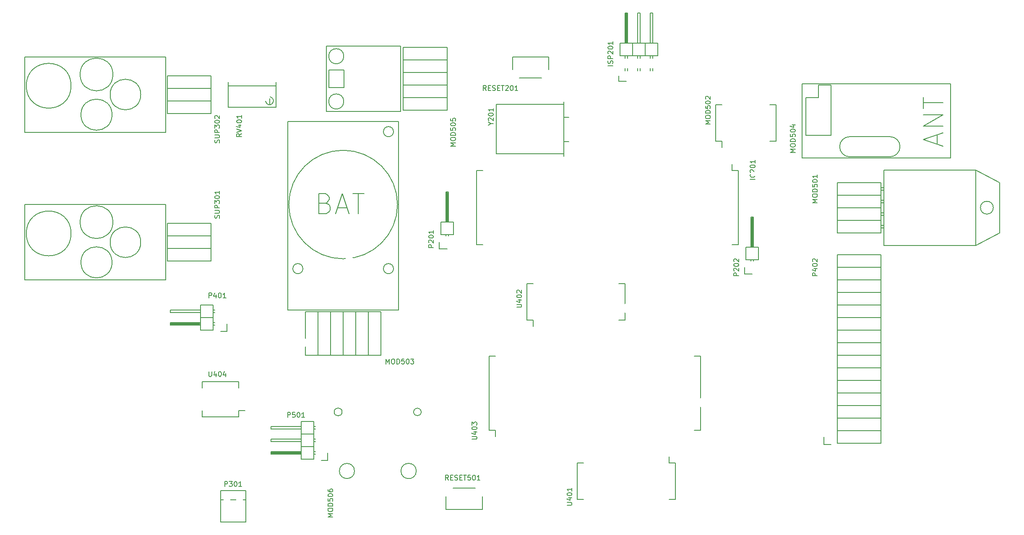
<source format=gto>
G04 #@! TF.FileFunction,Legend,Top*
%FSLAX46Y46*%
G04 Gerber Fmt 4.6, Leading zero omitted, Abs format (unit mm)*
G04 Created by KiCad (PCBNEW (2015-07-01 BZR 5850, Git 51c0ae3)-product) date 08.09.2015 00:21:10*
%MOMM*%
G01*
G04 APERTURE LIST*
%ADD10C,0.100000*%
%ADD11C,0.150000*%
%ADD12O,1.800000X2.500000*%
%ADD13R,2.232000X1.927200*%
%ADD14O,2.232000X1.927200*%
%ADD15R,1.927200X2.232000*%
%ADD16O,1.927200X2.232000*%
%ADD17R,1.927200X1.927200*%
%ADD18O,1.927200X1.927200*%
%ADD19C,2.232000*%
%ADD20R,2.232000X2.232000*%
%ADD21O,2.232000X2.232000*%
%ADD22C,2.300000*%
%ADD23C,1.950000*%
%ADD24C,1.724000*%
%ADD25O,2.500000X1.800000*%
%ADD26C,1.701140*%
%ADD27R,2.435200X2.435200*%
%ADD28O,1.706220X3.214980*%
%ADD29C,1.851000*%
%ADD30C,1.978000*%
G04 APERTURE END LIST*
D10*
D11*
X114944000Y-28329000D02*
X113674000Y-28329000D01*
X114944000Y-43299000D02*
X113674000Y-43299000D01*
X62094000Y-43299000D02*
X63364000Y-43299000D01*
X62094000Y-28329000D02*
X63364000Y-28329000D01*
X114944000Y-28329000D02*
X114944000Y-43299000D01*
X62094000Y-28329000D02*
X62094000Y-43299000D01*
X113674000Y-28329000D02*
X113674000Y-27044000D01*
X143764000Y-31750000D02*
X144272000Y-31750000D01*
X143764000Y-32258000D02*
X144272000Y-32258000D01*
X143764000Y-34290000D02*
X144272000Y-34290000D01*
X143764000Y-34798000D02*
X144272000Y-34798000D01*
X143764000Y-36830000D02*
X144272000Y-36830000D01*
X143764000Y-37338000D02*
X144272000Y-37338000D01*
X143764000Y-39370000D02*
X144272000Y-39370000D01*
X143764000Y-39878000D02*
X144272000Y-39878000D01*
X166395151Y-35814000D02*
G75*
G03X166395151Y-35814000I-1295151J0D01*
G01*
X162814000Y-28194000D02*
X167640000Y-30734000D01*
X167640000Y-30734000D02*
X167640000Y-40894000D01*
X167640000Y-40894000D02*
X162814000Y-43434000D01*
X144272000Y-28194000D02*
X144272000Y-43434000D01*
X144272000Y-43434000D02*
X162814000Y-43434000D01*
X162814000Y-43434000D02*
X162814000Y-28194000D01*
X162814000Y-28194000D02*
X144272000Y-28194000D01*
X143704000Y-40894000D02*
X134874000Y-40894000D01*
X143704000Y-38354000D02*
X143704000Y-40894000D01*
X134874000Y-38354000D02*
X134874000Y-40894000D01*
X134874000Y-35814000D02*
X134874000Y-38354000D01*
X143704000Y-35814000D02*
X143704000Y-38354000D01*
X143704000Y-38354000D02*
X134874000Y-38354000D01*
X143704000Y-35814000D02*
X134874000Y-35814000D01*
X143704000Y-33274000D02*
X143704000Y-35814000D01*
X134874000Y-33274000D02*
X143704000Y-33274000D01*
X134874000Y-33274000D02*
X134874000Y-35814000D01*
X134874000Y-30734000D02*
X134874000Y-33274000D01*
X134874000Y-30734000D02*
X143704000Y-30734000D01*
X143704000Y-30734000D02*
X143704000Y-33274000D01*
X143704000Y-33274000D02*
X134874000Y-33274000D01*
X110354000Y-22344000D02*
X111624000Y-22344000D01*
X110354000Y-14994000D02*
X111624000Y-14994000D01*
X122564000Y-14994000D02*
X121294000Y-14994000D01*
X122564000Y-22344000D02*
X121294000Y-22344000D01*
X110354000Y-22344000D02*
X110354000Y-14994000D01*
X122564000Y-22344000D02*
X122564000Y-14994000D01*
X111624000Y-22344000D02*
X111624000Y-23629000D01*
X46148154Y-35179000D02*
G75*
G03X46148154Y-35179000I-10969154J0D01*
G01*
X45339000Y-20447000D02*
G75*
G03X45339000Y-20447000I-1016000J0D01*
G01*
X27051000Y-48133000D02*
G75*
G03X27051000Y-48133000I-1016000J0D01*
G01*
X45339000Y-48133000D02*
G75*
G03X45339000Y-48133000I-1016000J0D01*
G01*
X24003000Y-56515000D02*
X46355000Y-56515000D01*
X46355000Y-56515000D02*
X46355000Y-18415000D01*
X46355000Y-18415000D02*
X24003000Y-18415000D01*
X24003000Y-18415000D02*
X24003000Y-56515000D01*
X42799000Y-56829000D02*
X42799000Y-65659000D01*
X40259000Y-56829000D02*
X42799000Y-56829000D01*
X40259000Y-65659000D02*
X42799000Y-65659000D01*
X37719000Y-65659000D02*
X40259000Y-65659000D01*
X37719000Y-56829000D02*
X40259000Y-56829000D01*
X40259000Y-56829000D02*
X40259000Y-65659000D01*
X37719000Y-56829000D02*
X37719000Y-65659000D01*
X35179000Y-56829000D02*
X37719000Y-56829000D01*
X35179000Y-65659000D02*
X37719000Y-65659000D01*
X32639000Y-65659000D02*
X35179000Y-65659000D01*
X32639000Y-56829000D02*
X35179000Y-56829000D01*
X35179000Y-56829000D02*
X35179000Y-65659000D01*
X32639000Y-56829000D02*
X32639000Y-65659000D01*
X30099000Y-56829000D02*
X32639000Y-56829000D01*
X30099000Y-65659000D02*
X30099000Y-56829000D01*
X30099000Y-65659000D02*
X32639000Y-65659000D01*
X27559000Y-65659000D02*
X30099000Y-65659000D01*
X27559000Y-65659000D02*
X27559000Y-56829000D01*
X27559000Y-56829000D02*
X30099000Y-56829000D01*
X30099000Y-56829000D02*
X30099000Y-65659000D01*
X137414000Y-21463000D02*
X145542000Y-21463000D01*
X137414000Y-25527000D02*
X145542000Y-25527000D01*
X147574000Y-23495000D02*
G75*
G03X145542000Y-21463000I-2032000J0D01*
G01*
X145542000Y-25527000D02*
G75*
G03X147574000Y-23495000I0J2032000D01*
G01*
X137414000Y-21463000D02*
G75*
G03X135382000Y-23495000I0J-2032000D01*
G01*
X135382000Y-23495000D02*
G75*
G03X137414000Y-25527000I2032000J0D01*
G01*
X157734000Y-11049000D02*
X157734000Y-10795000D01*
X127762000Y-11049000D02*
X127762000Y-10795000D01*
X127762000Y-10795000D02*
X157734000Y-10795000D01*
X157734000Y-11049000D02*
X157734000Y-25781000D01*
X127762000Y-11049000D02*
X127762000Y-25781000D01*
X127762000Y-25781000D02*
X157734000Y-25781000D01*
X128524000Y-13589000D02*
X128524000Y-21209000D01*
X128524000Y-21209000D02*
X133604000Y-21209000D01*
X133604000Y-21209000D02*
X133604000Y-11049000D01*
X133604000Y-11049000D02*
X131064000Y-11049000D01*
X131064000Y-11049000D02*
X131064000Y-13589000D01*
X131064000Y-13589000D02*
X128524000Y-13589000D01*
X35306000Y-8001000D02*
X35306000Y-11557000D01*
X35306000Y-11557000D02*
X32258000Y-11557000D01*
X32258000Y-11557000D02*
X32258000Y-8001000D01*
X32258000Y-8001000D02*
X35306000Y-8001000D01*
X35306000Y-14351000D02*
G75*
G03X35306000Y-14351000I-1524000J0D01*
G01*
X35306000Y-5207000D02*
G75*
G03X35306000Y-5207000I-1524000J0D01*
G01*
X46736000Y-3175000D02*
X46736000Y-16383000D01*
X46736000Y-16383000D02*
X31750000Y-16383000D01*
X31750000Y-16383000D02*
X31750000Y-3175000D01*
X31750000Y-3175000D02*
X46736000Y-3175000D01*
X56134000Y-13589000D02*
X56134000Y-16129000D01*
X47304000Y-13589000D02*
X47304000Y-16129000D01*
X47304000Y-16129000D02*
X56134000Y-16129000D01*
X47304000Y-13589000D02*
X56134000Y-13589000D01*
X47304000Y-11049000D02*
X47304000Y-13589000D01*
X56134000Y-11049000D02*
X56134000Y-13589000D01*
X56134000Y-8509000D02*
X56134000Y-11049000D01*
X47304000Y-8509000D02*
X47304000Y-11049000D01*
X47304000Y-11049000D02*
X56134000Y-11049000D01*
X47304000Y-8509000D02*
X56134000Y-8509000D01*
X47304000Y-5969000D02*
X47304000Y-8509000D01*
X56134000Y-5969000D02*
X47304000Y-5969000D01*
X56134000Y-5969000D02*
X56134000Y-8509000D01*
X56134000Y-3429000D02*
X56134000Y-5969000D01*
X56134000Y-3429000D02*
X47304000Y-3429000D01*
X47304000Y-3429000D02*
X47304000Y-5969000D01*
X47304000Y-5969000D02*
X56134000Y-5969000D01*
X50927000Y-77089000D02*
G75*
G03X50927000Y-77089000I-762000J0D01*
G01*
X34966219Y-77089000D02*
G75*
G03X34966219Y-77089000I-803219J0D01*
G01*
X49932022Y-89027000D02*
G75*
G03X49932022Y-89027000I-1545022J0D01*
G01*
X37465000Y-89027000D02*
G75*
G03X37465000Y-89027000I-1524000J0D01*
G01*
X11714000Y-60859000D02*
X11714000Y-59309000D01*
X10414000Y-60859000D02*
X11714000Y-60859000D01*
X6223000Y-59436000D02*
X381000Y-59436000D01*
X381000Y-59436000D02*
X381000Y-59182000D01*
X381000Y-59182000D02*
X6223000Y-59182000D01*
X6223000Y-59182000D02*
X6223000Y-59309000D01*
X6223000Y-59309000D02*
X381000Y-59309000D01*
X8890000Y-59563000D02*
X9271000Y-59563000D01*
X8890000Y-59055000D02*
X9271000Y-59055000D01*
X8890000Y-57023000D02*
X9271000Y-57023000D01*
X8890000Y-56515000D02*
X9271000Y-56515000D01*
X8890000Y-60579000D02*
X6350000Y-60579000D01*
X8890000Y-58039000D02*
X6350000Y-58039000D01*
X8890000Y-58039000D02*
X8890000Y-55499000D01*
X8890000Y-55499000D02*
X6350000Y-55499000D01*
X6350000Y-57023000D02*
X254000Y-57023000D01*
X254000Y-57023000D02*
X254000Y-56515000D01*
X254000Y-56515000D02*
X6350000Y-56515000D01*
X6350000Y-55499000D02*
X6350000Y-58039000D01*
X6350000Y-58039000D02*
X6350000Y-60579000D01*
X254000Y-59055000D02*
X6350000Y-59055000D01*
X254000Y-59563000D02*
X254000Y-59055000D01*
X6350000Y-59563000D02*
X254000Y-59563000D01*
X8890000Y-58039000D02*
X6350000Y-58039000D01*
X8890000Y-60579000D02*
X8890000Y-58039000D01*
X69342000Y-5334000D02*
X76639000Y-5334000D01*
X76639000Y-5334000D02*
X76639000Y-7904000D01*
X70739000Y-9634000D02*
X75239000Y-9634000D01*
X69342000Y-5334000D02*
X69342000Y-7904000D01*
X63246000Y-96774000D02*
X55949000Y-96774000D01*
X55949000Y-96774000D02*
X55949000Y-94204000D01*
X61849000Y-92474000D02*
X57349000Y-92474000D01*
X63246000Y-96774000D02*
X63246000Y-94204000D01*
X20320000Y-14986000D02*
X20320000Y-13716000D01*
X19532600Y-14236700D02*
X19570700Y-14490700D01*
X19570700Y-14490700D02*
X19748500Y-14770100D01*
X19748500Y-14770100D02*
X20066000Y-14986000D01*
X20066000Y-14986000D02*
X20510500Y-14998700D01*
X20510500Y-14998700D02*
X20866100Y-14795500D01*
X20866100Y-14795500D02*
X21043900Y-14503400D01*
X21043900Y-14503400D02*
X21094700Y-14185900D01*
X21094700Y-14185900D02*
X20993100Y-13779500D01*
X20993100Y-13779500D02*
X20650200Y-13525500D01*
X20650200Y-13525500D02*
X20472400Y-13436600D01*
X11938000Y-11176000D02*
X21590000Y-11176000D01*
X21590000Y-14224000D02*
X21590000Y-15494000D01*
X21590000Y-15494000D02*
X11938000Y-15494000D01*
X11938000Y-15494000D02*
X11938000Y-10414000D01*
X21590000Y-10414000D02*
X21590000Y-12954000D01*
X21590000Y-12954000D02*
X21590000Y-14224000D01*
X-5672957Y-42799000D02*
G75*
G03X-5672957Y-42799000I-3090043J0D01*
G01*
X-11463194Y-46863000D02*
G75*
G03X-11463194Y-46863000I-3141806J0D01*
G01*
X-11293245Y-38735000D02*
G75*
G03X-11293245Y-38735000I-3311755J0D01*
G01*
X-19734659Y-41021000D02*
G75*
G03X-19734659Y-41021000I-4522341J0D01*
G01*
X-635000Y-35179000D02*
X-635000Y-50419000D01*
X-635000Y-50419000D02*
X-29083000Y-50419000D01*
X-29083000Y-50419000D02*
X-29083000Y-35179000D01*
X-29083000Y-35179000D02*
X-635000Y-35179000D01*
X8509000Y-44069000D02*
X8509000Y-46609000D01*
X-321000Y-44069000D02*
X-321000Y-46609000D01*
X-321000Y-46609000D02*
X8509000Y-46609000D01*
X-321000Y-44069000D02*
X8509000Y-44069000D01*
X-321000Y-41529000D02*
X-321000Y-44069000D01*
X8509000Y-41529000D02*
X-321000Y-41529000D01*
X8509000Y-41529000D02*
X8509000Y-44069000D01*
X8509000Y-38989000D02*
X8509000Y-41529000D01*
X8509000Y-38989000D02*
X-321000Y-38989000D01*
X-321000Y-38989000D02*
X-321000Y-41529000D01*
X-321000Y-41529000D02*
X8509000Y-41529000D01*
X-5672957Y-12954000D02*
G75*
G03X-5672957Y-12954000I-3090043J0D01*
G01*
X-11463194Y-17018000D02*
G75*
G03X-11463194Y-17018000I-3141806J0D01*
G01*
X-11293245Y-8890000D02*
G75*
G03X-11293245Y-8890000I-3311755J0D01*
G01*
X-19734659Y-11176000D02*
G75*
G03X-19734659Y-11176000I-4522341J0D01*
G01*
X-635000Y-5334000D02*
X-635000Y-20574000D01*
X-635000Y-20574000D02*
X-29083000Y-20574000D01*
X-29083000Y-20574000D02*
X-29083000Y-5334000D01*
X-29083000Y-5334000D02*
X-635000Y-5334000D01*
X8509000Y-14224000D02*
X8509000Y-16764000D01*
X-321000Y-14224000D02*
X-321000Y-16764000D01*
X-321000Y-16764000D02*
X8509000Y-16764000D01*
X-321000Y-14224000D02*
X8509000Y-14224000D01*
X-321000Y-11684000D02*
X-321000Y-14224000D01*
X8509000Y-11684000D02*
X-321000Y-11684000D01*
X8509000Y-11684000D02*
X8509000Y-14224000D01*
X8509000Y-9144000D02*
X8509000Y-11684000D01*
X8509000Y-9144000D02*
X-321000Y-9144000D01*
X-321000Y-9144000D02*
X-321000Y-11684000D01*
X-321000Y-11684000D02*
X8509000Y-11684000D01*
X102244000Y-87384000D02*
X100974000Y-87384000D01*
X102244000Y-94734000D02*
X100974000Y-94734000D01*
X82414000Y-94734000D02*
X83684000Y-94734000D01*
X82414000Y-87384000D02*
X83684000Y-87384000D01*
X102244000Y-87384000D02*
X102244000Y-94734000D01*
X82414000Y-87384000D02*
X82414000Y-94734000D01*
X100974000Y-87384000D02*
X100974000Y-86099000D01*
X72254000Y-58539000D02*
X73524000Y-58539000D01*
X72254000Y-51189000D02*
X73524000Y-51189000D01*
X92084000Y-51189000D02*
X90814000Y-51189000D01*
X92084000Y-58539000D02*
X90814000Y-58539000D01*
X72254000Y-58539000D02*
X72254000Y-51189000D01*
X92084000Y-58539000D02*
X92084000Y-51189000D01*
X73524000Y-58539000D02*
X73524000Y-59824000D01*
X64634000Y-80764000D02*
X65904000Y-80764000D01*
X64634000Y-65794000D02*
X65904000Y-65794000D01*
X107324000Y-65794000D02*
X106054000Y-65794000D01*
X107324000Y-80764000D02*
X106054000Y-80764000D01*
X64634000Y-80764000D02*
X64634000Y-65794000D01*
X107324000Y-80764000D02*
X107324000Y-65794000D01*
X65904000Y-80764000D02*
X65904000Y-82049000D01*
X14089000Y-78114000D02*
X14089000Y-76844000D01*
X6739000Y-78114000D02*
X6739000Y-76844000D01*
X6739000Y-70984000D02*
X6739000Y-72254000D01*
X14089000Y-70984000D02*
X14089000Y-72254000D01*
X14089000Y-78114000D02*
X6739000Y-78114000D01*
X14089000Y-70984000D02*
X6739000Y-70984000D01*
X14089000Y-76844000D02*
X15374000Y-76844000D01*
X80769460Y-17538700D02*
X79669640Y-17538700D01*
X80769460Y-22438360D02*
X79669640Y-22438360D01*
X79669640Y-24940260D02*
X66067940Y-24940260D01*
X66067940Y-24940260D02*
X66067940Y-14937740D01*
X66067940Y-14937740D02*
X79669640Y-14937740D01*
X79669640Y-25438100D02*
X79669640Y-14439900D01*
X143704000Y-65659000D02*
X134874000Y-65659000D01*
X143704000Y-68199000D02*
X143704000Y-65659000D01*
X134874000Y-68199000D02*
X134874000Y-65659000D01*
X134874000Y-65659000D02*
X134874000Y-63119000D01*
X143704000Y-65659000D02*
X143704000Y-63119000D01*
X143704000Y-63119000D02*
X134874000Y-63119000D01*
X143704000Y-60579000D02*
X134874000Y-60579000D01*
X143704000Y-63119000D02*
X143704000Y-60579000D01*
X134874000Y-63119000D02*
X134874000Y-60579000D01*
X134874000Y-60579000D02*
X134874000Y-58039000D01*
X143704000Y-60579000D02*
X143704000Y-58039000D01*
X143704000Y-58039000D02*
X134874000Y-58039000D01*
X134874000Y-58039000D02*
X134874000Y-55499000D01*
X143704000Y-58039000D02*
X143704000Y-55499000D01*
X143704000Y-55499000D02*
X134874000Y-55499000D01*
X143704000Y-52959000D02*
X134874000Y-52959000D01*
X143704000Y-55499000D02*
X143704000Y-52959000D01*
X134874000Y-55499000D02*
X134874000Y-52959000D01*
X134874000Y-52959000D02*
X134874000Y-50419000D01*
X143704000Y-52959000D02*
X143704000Y-50419000D01*
X143704000Y-50419000D02*
X134874000Y-50419000D01*
X143704000Y-47879000D02*
X134874000Y-47879000D01*
X143704000Y-50419000D02*
X143704000Y-47879000D01*
X134874000Y-50419000D02*
X134874000Y-47879000D01*
X134874000Y-47879000D02*
X134874000Y-45339000D01*
X143704000Y-47879000D02*
X143704000Y-45339000D01*
X143704000Y-45339000D02*
X134874000Y-45339000D01*
X143704000Y-68199000D02*
X134874000Y-68199000D01*
X143704000Y-70739000D02*
X143704000Y-68199000D01*
X134874000Y-70739000D02*
X134874000Y-68199000D01*
X134874000Y-73279000D02*
X134874000Y-70739000D01*
X143704000Y-73279000D02*
X143704000Y-70739000D01*
X143704000Y-70739000D02*
X134874000Y-70739000D01*
X143704000Y-73279000D02*
X134874000Y-73279000D01*
X143704000Y-75819000D02*
X143704000Y-73279000D01*
X134874000Y-75819000D02*
X134874000Y-73279000D01*
X134874000Y-78359000D02*
X134874000Y-75819000D01*
X143704000Y-78359000D02*
X143704000Y-75819000D01*
X143704000Y-75819000D02*
X134874000Y-75819000D01*
X143704000Y-78359000D02*
X134874000Y-78359000D01*
X143704000Y-80899000D02*
X143704000Y-78359000D01*
X134874000Y-80899000D02*
X143704000Y-80899000D01*
X134874000Y-80899000D02*
X134874000Y-78359000D01*
X134874000Y-83439000D02*
X134874000Y-80899000D01*
X132204000Y-82169000D02*
X132204000Y-83719000D01*
X132204000Y-83719000D02*
X133604000Y-83719000D01*
X134874000Y-83439000D02*
X143704000Y-83439000D01*
X143704000Y-83439000D02*
X143704000Y-80899000D01*
X143704000Y-80899000D02*
X134874000Y-80899000D01*
X97663000Y-7620000D02*
X97663000Y-8128000D01*
X97155000Y-7620000D02*
X97155000Y-8128000D01*
X95123000Y-7620000D02*
X95123000Y-8128000D01*
X94615000Y-7620000D02*
X94615000Y-8128000D01*
X92583000Y-7620000D02*
X92583000Y-8128000D01*
X92075000Y-7620000D02*
X92075000Y-8128000D01*
X94615000Y-5080000D02*
X94615000Y-5588000D01*
X95123000Y-5080000D02*
X95123000Y-5588000D01*
X97155000Y-5080000D02*
X97155000Y-5588000D01*
X97663000Y-5080000D02*
X97663000Y-5588000D01*
X92075000Y-5080000D02*
X92075000Y-5588000D01*
X92583000Y-5080000D02*
X92583000Y-5588000D01*
X90779000Y-9144000D02*
X90779000Y-10294000D01*
X90779000Y-10294000D02*
X92329000Y-10294000D01*
X92202000Y-2540000D02*
X92202000Y3429000D01*
X92202000Y3429000D02*
X92456000Y3429000D01*
X92456000Y3429000D02*
X92456000Y-2413000D01*
X92456000Y-2413000D02*
X92329000Y-2413000D01*
X92329000Y-2413000D02*
X92329000Y3429000D01*
X93599000Y-5080000D02*
X96139000Y-5080000D01*
X96139000Y-5080000D02*
X96139000Y-2540000D01*
X94615000Y-2540000D02*
X94615000Y3556000D01*
X94615000Y3556000D02*
X95123000Y3556000D01*
X95123000Y3556000D02*
X95123000Y-2540000D01*
X96139000Y-2540000D02*
X93599000Y-2540000D01*
X98679000Y-5080000D02*
X98679000Y-2540000D01*
X98679000Y-2540000D02*
X96139000Y-2540000D01*
X97663000Y3556000D02*
X97663000Y-2540000D01*
X97155000Y3556000D02*
X97663000Y3556000D01*
X97155000Y-2540000D02*
X97155000Y3556000D01*
X98679000Y-5080000D02*
X98679000Y-2540000D01*
X96139000Y-5080000D02*
X98679000Y-5080000D01*
X96139000Y-5080000D02*
X96139000Y-2540000D01*
X93599000Y-5080000D02*
X93599000Y-2540000D01*
X93599000Y-2540000D02*
X91059000Y-2540000D01*
X92583000Y3556000D02*
X92583000Y-2540000D01*
X92075000Y3556000D02*
X92583000Y3556000D01*
X92075000Y-2540000D02*
X92075000Y3556000D01*
X93599000Y-5080000D02*
X93599000Y-2540000D01*
X91059000Y-5080000D02*
X93599000Y-5080000D01*
X91059000Y-5080000D02*
X91059000Y-2540000D01*
X32034000Y-86894000D02*
X32034000Y-85344000D01*
X30734000Y-86894000D02*
X32034000Y-86894000D01*
X26543000Y-85471000D02*
X20701000Y-85471000D01*
X20701000Y-85471000D02*
X20701000Y-85217000D01*
X20701000Y-85217000D02*
X26543000Y-85217000D01*
X26543000Y-85217000D02*
X26543000Y-85344000D01*
X26543000Y-85344000D02*
X20701000Y-85344000D01*
X29210000Y-85598000D02*
X29591000Y-85598000D01*
X29210000Y-85090000D02*
X29591000Y-85090000D01*
X29210000Y-83058000D02*
X29591000Y-83058000D01*
X29210000Y-82550000D02*
X29591000Y-82550000D01*
X29210000Y-80518000D02*
X29591000Y-80518000D01*
X29210000Y-80010000D02*
X29591000Y-80010000D01*
X26670000Y-84074000D02*
X26670000Y-86614000D01*
X20574000Y-85090000D02*
X26670000Y-85090000D01*
X20574000Y-85598000D02*
X20574000Y-85090000D01*
X26670000Y-85598000D02*
X20574000Y-85598000D01*
X29210000Y-84074000D02*
X26670000Y-84074000D01*
X29210000Y-86614000D02*
X29210000Y-84074000D01*
X29210000Y-86614000D02*
X26670000Y-86614000D01*
X29210000Y-81534000D02*
X26670000Y-81534000D01*
X29210000Y-81534000D02*
X29210000Y-78994000D01*
X26670000Y-80518000D02*
X20574000Y-80518000D01*
X20574000Y-80518000D02*
X20574000Y-80010000D01*
X20574000Y-80010000D02*
X26670000Y-80010000D01*
X26670000Y-78994000D02*
X26670000Y-81534000D01*
X26670000Y-81534000D02*
X26670000Y-84074000D01*
X20574000Y-82550000D02*
X26670000Y-82550000D01*
X20574000Y-83058000D02*
X20574000Y-82550000D01*
X26670000Y-83058000D02*
X20574000Y-83058000D01*
X29210000Y-81534000D02*
X26670000Y-81534000D01*
X29210000Y-84074000D02*
X29210000Y-81534000D01*
X29210000Y-84074000D02*
X26670000Y-84074000D01*
X29210000Y-78994000D02*
X26670000Y-78994000D01*
X116179000Y-49179000D02*
X117729000Y-49179000D01*
X116179000Y-47879000D02*
X116179000Y-49179000D01*
X117602000Y-43688000D02*
X117602000Y-37846000D01*
X117602000Y-37846000D02*
X117856000Y-37846000D01*
X117856000Y-37846000D02*
X117856000Y-43688000D01*
X117856000Y-43688000D02*
X117729000Y-43688000D01*
X117729000Y-43688000D02*
X117729000Y-37846000D01*
X117983000Y-46355000D02*
X117983000Y-46609000D01*
X117475000Y-46355000D02*
X117475000Y-46609000D01*
X116459000Y-46355000D02*
X116459000Y-43815000D01*
X116459000Y-46355000D02*
X118999000Y-46355000D01*
X118999000Y-46355000D02*
X118999000Y-43815000D01*
X117475000Y-43815000D02*
X117475000Y-37719000D01*
X117475000Y-37719000D02*
X117983000Y-37719000D01*
X117983000Y-37719000D02*
X117983000Y-43815000D01*
X118999000Y-43815000D02*
X116459000Y-43815000D01*
X54584000Y-44099000D02*
X56134000Y-44099000D01*
X54584000Y-42799000D02*
X54584000Y-44099000D01*
X56007000Y-38608000D02*
X56007000Y-32766000D01*
X56007000Y-32766000D02*
X56261000Y-32766000D01*
X56261000Y-32766000D02*
X56261000Y-38608000D01*
X56261000Y-38608000D02*
X56134000Y-38608000D01*
X56134000Y-38608000D02*
X56134000Y-32766000D01*
X56388000Y-41275000D02*
X56388000Y-41529000D01*
X55880000Y-41275000D02*
X55880000Y-41529000D01*
X54864000Y-41275000D02*
X54864000Y-38735000D01*
X54864000Y-41275000D02*
X57404000Y-41275000D01*
X57404000Y-41275000D02*
X57404000Y-38735000D01*
X55880000Y-38735000D02*
X55880000Y-32639000D01*
X55880000Y-32639000D02*
X56388000Y-32639000D01*
X56388000Y-32639000D02*
X56388000Y-38735000D01*
X57404000Y-38735000D02*
X54864000Y-38735000D01*
X15494000Y-94869000D02*
X10414000Y-94869000D01*
X15494000Y-99314000D02*
X10414000Y-99314000D01*
X10414000Y-92964000D02*
X15494000Y-92964000D01*
X10414000Y-92964000D02*
X10414000Y-99314000D01*
X15494000Y-92964000D02*
X15494000Y-99314000D01*
X118321381Y-30122571D02*
X117321381Y-30122571D01*
X118226143Y-29074952D02*
X118273762Y-29122571D01*
X118321381Y-29265428D01*
X118321381Y-29360666D01*
X118273762Y-29503524D01*
X118178524Y-29598762D01*
X118083286Y-29646381D01*
X117892810Y-29694000D01*
X117749952Y-29694000D01*
X117559476Y-29646381D01*
X117464238Y-29598762D01*
X117369000Y-29503524D01*
X117321381Y-29360666D01*
X117321381Y-29265428D01*
X117369000Y-29122571D01*
X117416619Y-29074952D01*
X117416619Y-28694000D02*
X117369000Y-28646381D01*
X117321381Y-28551143D01*
X117321381Y-28313047D01*
X117369000Y-28217809D01*
X117416619Y-28170190D01*
X117511857Y-28122571D01*
X117607095Y-28122571D01*
X117749952Y-28170190D01*
X118321381Y-28741619D01*
X118321381Y-28122571D01*
X117321381Y-27503524D02*
X117321381Y-27408285D01*
X117369000Y-27313047D01*
X117416619Y-27265428D01*
X117511857Y-27217809D01*
X117702333Y-27170190D01*
X117940429Y-27170190D01*
X118130905Y-27217809D01*
X118226143Y-27265428D01*
X118273762Y-27313047D01*
X118321381Y-27408285D01*
X118321381Y-27503524D01*
X118273762Y-27598762D01*
X118226143Y-27646381D01*
X118130905Y-27694000D01*
X117940429Y-27741619D01*
X117702333Y-27741619D01*
X117511857Y-27694000D01*
X117416619Y-27646381D01*
X117369000Y-27598762D01*
X117321381Y-27503524D01*
X118321381Y-26217809D02*
X118321381Y-26789238D01*
X118321381Y-26503524D02*
X117321381Y-26503524D01*
X117464238Y-26598762D01*
X117559476Y-26694000D01*
X117607095Y-26789238D01*
X130881381Y-34789714D02*
X129881381Y-34789714D01*
X130595667Y-34456380D01*
X129881381Y-34123047D01*
X130881381Y-34123047D01*
X129881381Y-33456381D02*
X129881381Y-33265904D01*
X129929000Y-33170666D01*
X130024238Y-33075428D01*
X130214714Y-33027809D01*
X130548048Y-33027809D01*
X130738524Y-33075428D01*
X130833762Y-33170666D01*
X130881381Y-33265904D01*
X130881381Y-33456381D01*
X130833762Y-33551619D01*
X130738524Y-33646857D01*
X130548048Y-33694476D01*
X130214714Y-33694476D01*
X130024238Y-33646857D01*
X129929000Y-33551619D01*
X129881381Y-33456381D01*
X130881381Y-32599238D02*
X129881381Y-32599238D01*
X129881381Y-32361143D01*
X129929000Y-32218285D01*
X130024238Y-32123047D01*
X130119476Y-32075428D01*
X130309952Y-32027809D01*
X130452810Y-32027809D01*
X130643286Y-32075428D01*
X130738524Y-32123047D01*
X130833762Y-32218285D01*
X130881381Y-32361143D01*
X130881381Y-32599238D01*
X129881381Y-31123047D02*
X129881381Y-31599238D01*
X130357571Y-31646857D01*
X130309952Y-31599238D01*
X130262333Y-31504000D01*
X130262333Y-31265904D01*
X130309952Y-31170666D01*
X130357571Y-31123047D01*
X130452810Y-31075428D01*
X130690905Y-31075428D01*
X130786143Y-31123047D01*
X130833762Y-31170666D01*
X130881381Y-31265904D01*
X130881381Y-31504000D01*
X130833762Y-31599238D01*
X130786143Y-31646857D01*
X129881381Y-30456381D02*
X129881381Y-30361142D01*
X129929000Y-30265904D01*
X129976619Y-30218285D01*
X130071857Y-30170666D01*
X130262333Y-30123047D01*
X130500429Y-30123047D01*
X130690905Y-30170666D01*
X130786143Y-30218285D01*
X130833762Y-30265904D01*
X130881381Y-30361142D01*
X130881381Y-30456381D01*
X130833762Y-30551619D01*
X130786143Y-30599238D01*
X130690905Y-30646857D01*
X130500429Y-30694476D01*
X130262333Y-30694476D01*
X130071857Y-30646857D01*
X129976619Y-30599238D01*
X129929000Y-30551619D01*
X129881381Y-30456381D01*
X130881381Y-29170666D02*
X130881381Y-29742095D01*
X130881381Y-29456381D02*
X129881381Y-29456381D01*
X130024238Y-29551619D01*
X130119476Y-29646857D01*
X130167095Y-29742095D01*
X109291381Y-18914714D02*
X108291381Y-18914714D01*
X109005667Y-18581380D01*
X108291381Y-18248047D01*
X109291381Y-18248047D01*
X108291381Y-17581381D02*
X108291381Y-17390904D01*
X108339000Y-17295666D01*
X108434238Y-17200428D01*
X108624714Y-17152809D01*
X108958048Y-17152809D01*
X109148524Y-17200428D01*
X109243762Y-17295666D01*
X109291381Y-17390904D01*
X109291381Y-17581381D01*
X109243762Y-17676619D01*
X109148524Y-17771857D01*
X108958048Y-17819476D01*
X108624714Y-17819476D01*
X108434238Y-17771857D01*
X108339000Y-17676619D01*
X108291381Y-17581381D01*
X109291381Y-16724238D02*
X108291381Y-16724238D01*
X108291381Y-16486143D01*
X108339000Y-16343285D01*
X108434238Y-16248047D01*
X108529476Y-16200428D01*
X108719952Y-16152809D01*
X108862810Y-16152809D01*
X109053286Y-16200428D01*
X109148524Y-16248047D01*
X109243762Y-16343285D01*
X109291381Y-16486143D01*
X109291381Y-16724238D01*
X108291381Y-15248047D02*
X108291381Y-15724238D01*
X108767571Y-15771857D01*
X108719952Y-15724238D01*
X108672333Y-15629000D01*
X108672333Y-15390904D01*
X108719952Y-15295666D01*
X108767571Y-15248047D01*
X108862810Y-15200428D01*
X109100905Y-15200428D01*
X109196143Y-15248047D01*
X109243762Y-15295666D01*
X109291381Y-15390904D01*
X109291381Y-15629000D01*
X109243762Y-15724238D01*
X109196143Y-15771857D01*
X108291381Y-14581381D02*
X108291381Y-14486142D01*
X108339000Y-14390904D01*
X108386619Y-14343285D01*
X108481857Y-14295666D01*
X108672333Y-14248047D01*
X108910429Y-14248047D01*
X109100905Y-14295666D01*
X109196143Y-14343285D01*
X109243762Y-14390904D01*
X109291381Y-14486142D01*
X109291381Y-14581381D01*
X109243762Y-14676619D01*
X109196143Y-14724238D01*
X109100905Y-14771857D01*
X108910429Y-14819476D01*
X108672333Y-14819476D01*
X108481857Y-14771857D01*
X108386619Y-14724238D01*
X108339000Y-14676619D01*
X108291381Y-14581381D01*
X108386619Y-13867095D02*
X108339000Y-13819476D01*
X108291381Y-13724238D01*
X108291381Y-13486142D01*
X108339000Y-13390904D01*
X108386619Y-13343285D01*
X108481857Y-13295666D01*
X108577095Y-13295666D01*
X108719952Y-13343285D01*
X109291381Y-13914714D01*
X109291381Y-13295666D01*
X43823286Y-67381381D02*
X43823286Y-66381381D01*
X44156620Y-67095667D01*
X44489953Y-66381381D01*
X44489953Y-67381381D01*
X45156619Y-66381381D02*
X45347096Y-66381381D01*
X45442334Y-66429000D01*
X45537572Y-66524238D01*
X45585191Y-66714714D01*
X45585191Y-67048048D01*
X45537572Y-67238524D01*
X45442334Y-67333762D01*
X45347096Y-67381381D01*
X45156619Y-67381381D01*
X45061381Y-67333762D01*
X44966143Y-67238524D01*
X44918524Y-67048048D01*
X44918524Y-66714714D01*
X44966143Y-66524238D01*
X45061381Y-66429000D01*
X45156619Y-66381381D01*
X46013762Y-67381381D02*
X46013762Y-66381381D01*
X46251857Y-66381381D01*
X46394715Y-66429000D01*
X46489953Y-66524238D01*
X46537572Y-66619476D01*
X46585191Y-66809952D01*
X46585191Y-66952810D01*
X46537572Y-67143286D01*
X46489953Y-67238524D01*
X46394715Y-67333762D01*
X46251857Y-67381381D01*
X46013762Y-67381381D01*
X47489953Y-66381381D02*
X47013762Y-66381381D01*
X46966143Y-66857571D01*
X47013762Y-66809952D01*
X47109000Y-66762333D01*
X47347096Y-66762333D01*
X47442334Y-66809952D01*
X47489953Y-66857571D01*
X47537572Y-66952810D01*
X47537572Y-67190905D01*
X47489953Y-67286143D01*
X47442334Y-67333762D01*
X47347096Y-67381381D01*
X47109000Y-67381381D01*
X47013762Y-67333762D01*
X46966143Y-67286143D01*
X48156619Y-66381381D02*
X48251858Y-66381381D01*
X48347096Y-66429000D01*
X48394715Y-66476619D01*
X48442334Y-66571857D01*
X48489953Y-66762333D01*
X48489953Y-67000429D01*
X48442334Y-67190905D01*
X48394715Y-67286143D01*
X48347096Y-67333762D01*
X48251858Y-67381381D01*
X48156619Y-67381381D01*
X48061381Y-67333762D01*
X48013762Y-67286143D01*
X47966143Y-67190905D01*
X47918524Y-67000429D01*
X47918524Y-66762333D01*
X47966143Y-66571857D01*
X48013762Y-66476619D01*
X48061381Y-66429000D01*
X48156619Y-66381381D01*
X48823286Y-66381381D02*
X49442334Y-66381381D01*
X49109000Y-66762333D01*
X49251858Y-66762333D01*
X49347096Y-66809952D01*
X49394715Y-66857571D01*
X49442334Y-66952810D01*
X49442334Y-67190905D01*
X49394715Y-67286143D01*
X49347096Y-67333762D01*
X49251858Y-67381381D01*
X48966143Y-67381381D01*
X48870905Y-67333762D01*
X48823286Y-67286143D01*
X31591619Y-34893286D02*
X32163048Y-35083762D01*
X32353524Y-35274238D01*
X32544000Y-35655190D01*
X32544000Y-36226619D01*
X32353524Y-36607571D01*
X32163048Y-36798048D01*
X31782095Y-36988524D01*
X30258286Y-36988524D01*
X30258286Y-32988524D01*
X31591619Y-32988524D01*
X31972572Y-33179000D01*
X32163048Y-33369476D01*
X32353524Y-33750429D01*
X32353524Y-34131381D01*
X32163048Y-34512333D01*
X31972572Y-34702810D01*
X31591619Y-34893286D01*
X30258286Y-34893286D01*
X34067810Y-35845667D02*
X35972572Y-35845667D01*
X33686857Y-36988524D02*
X35020191Y-32988524D01*
X36353524Y-36988524D01*
X37115428Y-32988524D02*
X39401143Y-32988524D01*
X38258286Y-36988524D02*
X38258286Y-32988524D01*
X126436381Y-24629714D02*
X125436381Y-24629714D01*
X126150667Y-24296380D01*
X125436381Y-23963047D01*
X126436381Y-23963047D01*
X125436381Y-23296381D02*
X125436381Y-23105904D01*
X125484000Y-23010666D01*
X125579238Y-22915428D01*
X125769714Y-22867809D01*
X126103048Y-22867809D01*
X126293524Y-22915428D01*
X126388762Y-23010666D01*
X126436381Y-23105904D01*
X126436381Y-23296381D01*
X126388762Y-23391619D01*
X126293524Y-23486857D01*
X126103048Y-23534476D01*
X125769714Y-23534476D01*
X125579238Y-23486857D01*
X125484000Y-23391619D01*
X125436381Y-23296381D01*
X126436381Y-22439238D02*
X125436381Y-22439238D01*
X125436381Y-22201143D01*
X125484000Y-22058285D01*
X125579238Y-21963047D01*
X125674476Y-21915428D01*
X125864952Y-21867809D01*
X126007810Y-21867809D01*
X126198286Y-21915428D01*
X126293524Y-21963047D01*
X126388762Y-22058285D01*
X126436381Y-22201143D01*
X126436381Y-22439238D01*
X125436381Y-20963047D02*
X125436381Y-21439238D01*
X125912571Y-21486857D01*
X125864952Y-21439238D01*
X125817333Y-21344000D01*
X125817333Y-21105904D01*
X125864952Y-21010666D01*
X125912571Y-20963047D01*
X126007810Y-20915428D01*
X126245905Y-20915428D01*
X126341143Y-20963047D01*
X126388762Y-21010666D01*
X126436381Y-21105904D01*
X126436381Y-21344000D01*
X126388762Y-21439238D01*
X126341143Y-21486857D01*
X125436381Y-20296381D02*
X125436381Y-20201142D01*
X125484000Y-20105904D01*
X125531619Y-20058285D01*
X125626857Y-20010666D01*
X125817333Y-19963047D01*
X126055429Y-19963047D01*
X126245905Y-20010666D01*
X126341143Y-20058285D01*
X126388762Y-20105904D01*
X126436381Y-20201142D01*
X126436381Y-20296381D01*
X126388762Y-20391619D01*
X126341143Y-20439238D01*
X126245905Y-20486857D01*
X126055429Y-20534476D01*
X125817333Y-20534476D01*
X125626857Y-20486857D01*
X125531619Y-20439238D01*
X125484000Y-20391619D01*
X125436381Y-20296381D01*
X125769714Y-19105904D02*
X126436381Y-19105904D01*
X125388762Y-19344000D02*
X126103048Y-19582095D01*
X126103048Y-18963047D01*
X155098667Y-22986428D02*
X155098667Y-21081666D01*
X156241524Y-23367381D02*
X152241524Y-22034047D01*
X156241524Y-20700714D01*
X156241524Y-19367381D02*
X152241524Y-19367381D01*
X156241524Y-17081667D01*
X152241524Y-17081667D01*
X152241524Y-15748334D02*
X152241524Y-13462619D01*
X156241524Y-14605476D02*
X152241524Y-14605476D01*
X57856381Y-23359714D02*
X56856381Y-23359714D01*
X57570667Y-23026380D01*
X56856381Y-22693047D01*
X57856381Y-22693047D01*
X56856381Y-22026381D02*
X56856381Y-21835904D01*
X56904000Y-21740666D01*
X56999238Y-21645428D01*
X57189714Y-21597809D01*
X57523048Y-21597809D01*
X57713524Y-21645428D01*
X57808762Y-21740666D01*
X57856381Y-21835904D01*
X57856381Y-22026381D01*
X57808762Y-22121619D01*
X57713524Y-22216857D01*
X57523048Y-22264476D01*
X57189714Y-22264476D01*
X56999238Y-22216857D01*
X56904000Y-22121619D01*
X56856381Y-22026381D01*
X57856381Y-21169238D02*
X56856381Y-21169238D01*
X56856381Y-20931143D01*
X56904000Y-20788285D01*
X56999238Y-20693047D01*
X57094476Y-20645428D01*
X57284952Y-20597809D01*
X57427810Y-20597809D01*
X57618286Y-20645428D01*
X57713524Y-20693047D01*
X57808762Y-20788285D01*
X57856381Y-20931143D01*
X57856381Y-21169238D01*
X56856381Y-19693047D02*
X56856381Y-20169238D01*
X57332571Y-20216857D01*
X57284952Y-20169238D01*
X57237333Y-20074000D01*
X57237333Y-19835904D01*
X57284952Y-19740666D01*
X57332571Y-19693047D01*
X57427810Y-19645428D01*
X57665905Y-19645428D01*
X57761143Y-19693047D01*
X57808762Y-19740666D01*
X57856381Y-19835904D01*
X57856381Y-20074000D01*
X57808762Y-20169238D01*
X57761143Y-20216857D01*
X56856381Y-19026381D02*
X56856381Y-18931142D01*
X56904000Y-18835904D01*
X56951619Y-18788285D01*
X57046857Y-18740666D01*
X57237333Y-18693047D01*
X57475429Y-18693047D01*
X57665905Y-18740666D01*
X57761143Y-18788285D01*
X57808762Y-18835904D01*
X57856381Y-18931142D01*
X57856381Y-19026381D01*
X57808762Y-19121619D01*
X57761143Y-19169238D01*
X57665905Y-19216857D01*
X57475429Y-19264476D01*
X57237333Y-19264476D01*
X57046857Y-19216857D01*
X56951619Y-19169238D01*
X56904000Y-19121619D01*
X56856381Y-19026381D01*
X56856381Y-17788285D02*
X56856381Y-18264476D01*
X57332571Y-18312095D01*
X57284952Y-18264476D01*
X57237333Y-18169238D01*
X57237333Y-17931142D01*
X57284952Y-17835904D01*
X57332571Y-17788285D01*
X57427810Y-17740666D01*
X57665905Y-17740666D01*
X57761143Y-17788285D01*
X57808762Y-17835904D01*
X57856381Y-17931142D01*
X57856381Y-18169238D01*
X57808762Y-18264476D01*
X57761143Y-18312095D01*
X33091381Y-98289714D02*
X32091381Y-98289714D01*
X32805667Y-97956380D01*
X32091381Y-97623047D01*
X33091381Y-97623047D01*
X32091381Y-96956381D02*
X32091381Y-96765904D01*
X32139000Y-96670666D01*
X32234238Y-96575428D01*
X32424714Y-96527809D01*
X32758048Y-96527809D01*
X32948524Y-96575428D01*
X33043762Y-96670666D01*
X33091381Y-96765904D01*
X33091381Y-96956381D01*
X33043762Y-97051619D01*
X32948524Y-97146857D01*
X32758048Y-97194476D01*
X32424714Y-97194476D01*
X32234238Y-97146857D01*
X32139000Y-97051619D01*
X32091381Y-96956381D01*
X33091381Y-96099238D02*
X32091381Y-96099238D01*
X32091381Y-95861143D01*
X32139000Y-95718285D01*
X32234238Y-95623047D01*
X32329476Y-95575428D01*
X32519952Y-95527809D01*
X32662810Y-95527809D01*
X32853286Y-95575428D01*
X32948524Y-95623047D01*
X33043762Y-95718285D01*
X33091381Y-95861143D01*
X33091381Y-96099238D01*
X32091381Y-94623047D02*
X32091381Y-95099238D01*
X32567571Y-95146857D01*
X32519952Y-95099238D01*
X32472333Y-95004000D01*
X32472333Y-94765904D01*
X32519952Y-94670666D01*
X32567571Y-94623047D01*
X32662810Y-94575428D01*
X32900905Y-94575428D01*
X32996143Y-94623047D01*
X33043762Y-94670666D01*
X33091381Y-94765904D01*
X33091381Y-95004000D01*
X33043762Y-95099238D01*
X32996143Y-95146857D01*
X32091381Y-93956381D02*
X32091381Y-93861142D01*
X32139000Y-93765904D01*
X32186619Y-93718285D01*
X32281857Y-93670666D01*
X32472333Y-93623047D01*
X32710429Y-93623047D01*
X32900905Y-93670666D01*
X32996143Y-93718285D01*
X33043762Y-93765904D01*
X33091381Y-93861142D01*
X33091381Y-93956381D01*
X33043762Y-94051619D01*
X32996143Y-94099238D01*
X32900905Y-94146857D01*
X32710429Y-94194476D01*
X32472333Y-94194476D01*
X32281857Y-94146857D01*
X32186619Y-94099238D01*
X32139000Y-94051619D01*
X32091381Y-93956381D01*
X32091381Y-92765904D02*
X32091381Y-92956381D01*
X32139000Y-93051619D01*
X32186619Y-93099238D01*
X32329476Y-93194476D01*
X32519952Y-93242095D01*
X32900905Y-93242095D01*
X32996143Y-93194476D01*
X33043762Y-93146857D01*
X33091381Y-93051619D01*
X33091381Y-92861142D01*
X33043762Y-92765904D01*
X32996143Y-92718285D01*
X32900905Y-92670666D01*
X32662810Y-92670666D01*
X32567571Y-92718285D01*
X32519952Y-92765904D01*
X32472333Y-92861142D01*
X32472333Y-93051619D01*
X32519952Y-93146857D01*
X32567571Y-93194476D01*
X32662810Y-93242095D01*
X8088524Y-54046381D02*
X8088524Y-53046381D01*
X8469477Y-53046381D01*
X8564715Y-53094000D01*
X8612334Y-53141619D01*
X8659953Y-53236857D01*
X8659953Y-53379714D01*
X8612334Y-53474952D01*
X8564715Y-53522571D01*
X8469477Y-53570190D01*
X8088524Y-53570190D01*
X9517096Y-53379714D02*
X9517096Y-54046381D01*
X9279000Y-52998762D02*
X9040905Y-53713048D01*
X9659953Y-53713048D01*
X10231381Y-53046381D02*
X10326620Y-53046381D01*
X10421858Y-53094000D01*
X10469477Y-53141619D01*
X10517096Y-53236857D01*
X10564715Y-53427333D01*
X10564715Y-53665429D01*
X10517096Y-53855905D01*
X10469477Y-53951143D01*
X10421858Y-53998762D01*
X10326620Y-54046381D01*
X10231381Y-54046381D01*
X10136143Y-53998762D01*
X10088524Y-53951143D01*
X10040905Y-53855905D01*
X9993286Y-53665429D01*
X9993286Y-53427333D01*
X10040905Y-53236857D01*
X10088524Y-53141619D01*
X10136143Y-53094000D01*
X10231381Y-53046381D01*
X11517096Y-54046381D02*
X10945667Y-54046381D01*
X11231381Y-54046381D02*
X11231381Y-53046381D01*
X11136143Y-53189238D01*
X11040905Y-53284476D01*
X10945667Y-53332095D01*
X64048048Y-12136381D02*
X63714714Y-11660190D01*
X63476619Y-12136381D02*
X63476619Y-11136381D01*
X63857572Y-11136381D01*
X63952810Y-11184000D01*
X64000429Y-11231619D01*
X64048048Y-11326857D01*
X64048048Y-11469714D01*
X64000429Y-11564952D01*
X63952810Y-11612571D01*
X63857572Y-11660190D01*
X63476619Y-11660190D01*
X64476619Y-11612571D02*
X64809953Y-11612571D01*
X64952810Y-12136381D02*
X64476619Y-12136381D01*
X64476619Y-11136381D01*
X64952810Y-11136381D01*
X65333762Y-12088762D02*
X65476619Y-12136381D01*
X65714715Y-12136381D01*
X65809953Y-12088762D01*
X65857572Y-12041143D01*
X65905191Y-11945905D01*
X65905191Y-11850667D01*
X65857572Y-11755429D01*
X65809953Y-11707810D01*
X65714715Y-11660190D01*
X65524238Y-11612571D01*
X65429000Y-11564952D01*
X65381381Y-11517333D01*
X65333762Y-11422095D01*
X65333762Y-11326857D01*
X65381381Y-11231619D01*
X65429000Y-11184000D01*
X65524238Y-11136381D01*
X65762334Y-11136381D01*
X65905191Y-11184000D01*
X66333762Y-11612571D02*
X66667096Y-11612571D01*
X66809953Y-12136381D02*
X66333762Y-12136381D01*
X66333762Y-11136381D01*
X66809953Y-11136381D01*
X67095667Y-11136381D02*
X67667096Y-11136381D01*
X67381381Y-12136381D02*
X67381381Y-11136381D01*
X67952810Y-11231619D02*
X68000429Y-11184000D01*
X68095667Y-11136381D01*
X68333763Y-11136381D01*
X68429001Y-11184000D01*
X68476620Y-11231619D01*
X68524239Y-11326857D01*
X68524239Y-11422095D01*
X68476620Y-11564952D01*
X67905191Y-12136381D01*
X68524239Y-12136381D01*
X69143286Y-11136381D02*
X69238525Y-11136381D01*
X69333763Y-11184000D01*
X69381382Y-11231619D01*
X69429001Y-11326857D01*
X69476620Y-11517333D01*
X69476620Y-11755429D01*
X69429001Y-11945905D01*
X69381382Y-12041143D01*
X69333763Y-12088762D01*
X69238525Y-12136381D01*
X69143286Y-12136381D01*
X69048048Y-12088762D01*
X69000429Y-12041143D01*
X68952810Y-11945905D01*
X68905191Y-11755429D01*
X68905191Y-11517333D01*
X68952810Y-11326857D01*
X69000429Y-11231619D01*
X69048048Y-11184000D01*
X69143286Y-11136381D01*
X70429001Y-12136381D02*
X69857572Y-12136381D01*
X70143286Y-12136381D02*
X70143286Y-11136381D01*
X70048048Y-11279238D01*
X69952810Y-11374476D01*
X69857572Y-11422095D01*
X56428048Y-90876381D02*
X56094714Y-90400190D01*
X55856619Y-90876381D02*
X55856619Y-89876381D01*
X56237572Y-89876381D01*
X56332810Y-89924000D01*
X56380429Y-89971619D01*
X56428048Y-90066857D01*
X56428048Y-90209714D01*
X56380429Y-90304952D01*
X56332810Y-90352571D01*
X56237572Y-90400190D01*
X55856619Y-90400190D01*
X56856619Y-90352571D02*
X57189953Y-90352571D01*
X57332810Y-90876381D02*
X56856619Y-90876381D01*
X56856619Y-89876381D01*
X57332810Y-89876381D01*
X57713762Y-90828762D02*
X57856619Y-90876381D01*
X58094715Y-90876381D01*
X58189953Y-90828762D01*
X58237572Y-90781143D01*
X58285191Y-90685905D01*
X58285191Y-90590667D01*
X58237572Y-90495429D01*
X58189953Y-90447810D01*
X58094715Y-90400190D01*
X57904238Y-90352571D01*
X57809000Y-90304952D01*
X57761381Y-90257333D01*
X57713762Y-90162095D01*
X57713762Y-90066857D01*
X57761381Y-89971619D01*
X57809000Y-89924000D01*
X57904238Y-89876381D01*
X58142334Y-89876381D01*
X58285191Y-89924000D01*
X58713762Y-90352571D02*
X59047096Y-90352571D01*
X59189953Y-90876381D02*
X58713762Y-90876381D01*
X58713762Y-89876381D01*
X59189953Y-89876381D01*
X59475667Y-89876381D02*
X60047096Y-89876381D01*
X59761381Y-90876381D02*
X59761381Y-89876381D01*
X60856620Y-89876381D02*
X60380429Y-89876381D01*
X60332810Y-90352571D01*
X60380429Y-90304952D01*
X60475667Y-90257333D01*
X60713763Y-90257333D01*
X60809001Y-90304952D01*
X60856620Y-90352571D01*
X60904239Y-90447810D01*
X60904239Y-90685905D01*
X60856620Y-90781143D01*
X60809001Y-90828762D01*
X60713763Y-90876381D01*
X60475667Y-90876381D01*
X60380429Y-90828762D01*
X60332810Y-90781143D01*
X61523286Y-89876381D02*
X61618525Y-89876381D01*
X61713763Y-89924000D01*
X61761382Y-89971619D01*
X61809001Y-90066857D01*
X61856620Y-90257333D01*
X61856620Y-90495429D01*
X61809001Y-90685905D01*
X61761382Y-90781143D01*
X61713763Y-90828762D01*
X61618525Y-90876381D01*
X61523286Y-90876381D01*
X61428048Y-90828762D01*
X61380429Y-90781143D01*
X61332810Y-90685905D01*
X61285191Y-90495429D01*
X61285191Y-90257333D01*
X61332810Y-90066857D01*
X61380429Y-89971619D01*
X61428048Y-89924000D01*
X61523286Y-89876381D01*
X62809001Y-90876381D02*
X62237572Y-90876381D01*
X62523286Y-90876381D02*
X62523286Y-89876381D01*
X62428048Y-90019238D01*
X62332810Y-90114476D01*
X62237572Y-90162095D01*
X14676381Y-20851619D02*
X14200190Y-21184953D01*
X14676381Y-21423048D02*
X13676381Y-21423048D01*
X13676381Y-21042095D01*
X13724000Y-20946857D01*
X13771619Y-20899238D01*
X13866857Y-20851619D01*
X14009714Y-20851619D01*
X14104952Y-20899238D01*
X14152571Y-20946857D01*
X14200190Y-21042095D01*
X14200190Y-21423048D01*
X13676381Y-20565905D02*
X14676381Y-20232572D01*
X13676381Y-19899238D01*
X14009714Y-19137333D02*
X14676381Y-19137333D01*
X13628762Y-19375429D02*
X14343048Y-19613524D01*
X14343048Y-18994476D01*
X13676381Y-18423048D02*
X13676381Y-18327809D01*
X13724000Y-18232571D01*
X13771619Y-18184952D01*
X13866857Y-18137333D01*
X14057333Y-18089714D01*
X14295429Y-18089714D01*
X14485905Y-18137333D01*
X14581143Y-18184952D01*
X14628762Y-18232571D01*
X14676381Y-18327809D01*
X14676381Y-18423048D01*
X14628762Y-18518286D01*
X14581143Y-18565905D01*
X14485905Y-18613524D01*
X14295429Y-18661143D01*
X14057333Y-18661143D01*
X13866857Y-18613524D01*
X13771619Y-18565905D01*
X13724000Y-18518286D01*
X13676381Y-18423048D01*
X14676381Y-17137333D02*
X14676381Y-17708762D01*
X14676381Y-17423048D02*
X13676381Y-17423048D01*
X13819238Y-17518286D01*
X13914476Y-17613524D01*
X13962095Y-17708762D01*
X10183762Y-37917095D02*
X10231381Y-37774238D01*
X10231381Y-37536142D01*
X10183762Y-37440904D01*
X10136143Y-37393285D01*
X10040905Y-37345666D01*
X9945667Y-37345666D01*
X9850429Y-37393285D01*
X9802810Y-37440904D01*
X9755190Y-37536142D01*
X9707571Y-37726619D01*
X9659952Y-37821857D01*
X9612333Y-37869476D01*
X9517095Y-37917095D01*
X9421857Y-37917095D01*
X9326619Y-37869476D01*
X9279000Y-37821857D01*
X9231381Y-37726619D01*
X9231381Y-37488523D01*
X9279000Y-37345666D01*
X9231381Y-36917095D02*
X10040905Y-36917095D01*
X10136143Y-36869476D01*
X10183762Y-36821857D01*
X10231381Y-36726619D01*
X10231381Y-36536142D01*
X10183762Y-36440904D01*
X10136143Y-36393285D01*
X10040905Y-36345666D01*
X9231381Y-36345666D01*
X10231381Y-35869476D02*
X9231381Y-35869476D01*
X9231381Y-35488523D01*
X9279000Y-35393285D01*
X9326619Y-35345666D01*
X9421857Y-35298047D01*
X9564714Y-35298047D01*
X9659952Y-35345666D01*
X9707571Y-35393285D01*
X9755190Y-35488523D01*
X9755190Y-35869476D01*
X9231381Y-34964714D02*
X9231381Y-34345666D01*
X9612333Y-34679000D01*
X9612333Y-34536142D01*
X9659952Y-34440904D01*
X9707571Y-34393285D01*
X9802810Y-34345666D01*
X10040905Y-34345666D01*
X10136143Y-34393285D01*
X10183762Y-34440904D01*
X10231381Y-34536142D01*
X10231381Y-34821857D01*
X10183762Y-34917095D01*
X10136143Y-34964714D01*
X9231381Y-33726619D02*
X9231381Y-33631380D01*
X9279000Y-33536142D01*
X9326619Y-33488523D01*
X9421857Y-33440904D01*
X9612333Y-33393285D01*
X9850429Y-33393285D01*
X10040905Y-33440904D01*
X10136143Y-33488523D01*
X10183762Y-33536142D01*
X10231381Y-33631380D01*
X10231381Y-33726619D01*
X10183762Y-33821857D01*
X10136143Y-33869476D01*
X10040905Y-33917095D01*
X9850429Y-33964714D01*
X9612333Y-33964714D01*
X9421857Y-33917095D01*
X9326619Y-33869476D01*
X9279000Y-33821857D01*
X9231381Y-33726619D01*
X10231381Y-32440904D02*
X10231381Y-33012333D01*
X10231381Y-32726619D02*
X9231381Y-32726619D01*
X9374238Y-32821857D01*
X9469476Y-32917095D01*
X9517095Y-33012333D01*
X10183762Y-22677095D02*
X10231381Y-22534238D01*
X10231381Y-22296142D01*
X10183762Y-22200904D01*
X10136143Y-22153285D01*
X10040905Y-22105666D01*
X9945667Y-22105666D01*
X9850429Y-22153285D01*
X9802810Y-22200904D01*
X9755190Y-22296142D01*
X9707571Y-22486619D01*
X9659952Y-22581857D01*
X9612333Y-22629476D01*
X9517095Y-22677095D01*
X9421857Y-22677095D01*
X9326619Y-22629476D01*
X9279000Y-22581857D01*
X9231381Y-22486619D01*
X9231381Y-22248523D01*
X9279000Y-22105666D01*
X9231381Y-21677095D02*
X10040905Y-21677095D01*
X10136143Y-21629476D01*
X10183762Y-21581857D01*
X10231381Y-21486619D01*
X10231381Y-21296142D01*
X10183762Y-21200904D01*
X10136143Y-21153285D01*
X10040905Y-21105666D01*
X9231381Y-21105666D01*
X10231381Y-20629476D02*
X9231381Y-20629476D01*
X9231381Y-20248523D01*
X9279000Y-20153285D01*
X9326619Y-20105666D01*
X9421857Y-20058047D01*
X9564714Y-20058047D01*
X9659952Y-20105666D01*
X9707571Y-20153285D01*
X9755190Y-20248523D01*
X9755190Y-20629476D01*
X9231381Y-19724714D02*
X9231381Y-19105666D01*
X9612333Y-19439000D01*
X9612333Y-19296142D01*
X9659952Y-19200904D01*
X9707571Y-19153285D01*
X9802810Y-19105666D01*
X10040905Y-19105666D01*
X10136143Y-19153285D01*
X10183762Y-19200904D01*
X10231381Y-19296142D01*
X10231381Y-19581857D01*
X10183762Y-19677095D01*
X10136143Y-19724714D01*
X9231381Y-18486619D02*
X9231381Y-18391380D01*
X9279000Y-18296142D01*
X9326619Y-18248523D01*
X9421857Y-18200904D01*
X9612333Y-18153285D01*
X9850429Y-18153285D01*
X10040905Y-18200904D01*
X10136143Y-18248523D01*
X10183762Y-18296142D01*
X10231381Y-18391380D01*
X10231381Y-18486619D01*
X10183762Y-18581857D01*
X10136143Y-18629476D01*
X10040905Y-18677095D01*
X9850429Y-18724714D01*
X9612333Y-18724714D01*
X9421857Y-18677095D01*
X9326619Y-18629476D01*
X9279000Y-18581857D01*
X9231381Y-18486619D01*
X9326619Y-17772333D02*
X9279000Y-17724714D01*
X9231381Y-17629476D01*
X9231381Y-17391380D01*
X9279000Y-17296142D01*
X9326619Y-17248523D01*
X9421857Y-17200904D01*
X9517095Y-17200904D01*
X9659952Y-17248523D01*
X10231381Y-17819952D01*
X10231381Y-17200904D01*
X80351381Y-95948286D02*
X81160905Y-95948286D01*
X81256143Y-95900667D01*
X81303762Y-95853048D01*
X81351381Y-95757810D01*
X81351381Y-95567333D01*
X81303762Y-95472095D01*
X81256143Y-95424476D01*
X81160905Y-95376857D01*
X80351381Y-95376857D01*
X80684714Y-94472095D02*
X81351381Y-94472095D01*
X80303762Y-94710191D02*
X81018048Y-94948286D01*
X81018048Y-94329238D01*
X80351381Y-93757810D02*
X80351381Y-93662571D01*
X80399000Y-93567333D01*
X80446619Y-93519714D01*
X80541857Y-93472095D01*
X80732333Y-93424476D01*
X80970429Y-93424476D01*
X81160905Y-93472095D01*
X81256143Y-93519714D01*
X81303762Y-93567333D01*
X81351381Y-93662571D01*
X81351381Y-93757810D01*
X81303762Y-93853048D01*
X81256143Y-93900667D01*
X81160905Y-93948286D01*
X80970429Y-93995905D01*
X80732333Y-93995905D01*
X80541857Y-93948286D01*
X80446619Y-93900667D01*
X80399000Y-93853048D01*
X80351381Y-93757810D01*
X81351381Y-92472095D02*
X81351381Y-93043524D01*
X81351381Y-92757810D02*
X80351381Y-92757810D01*
X80494238Y-92853048D01*
X80589476Y-92948286D01*
X80637095Y-93043524D01*
X70191381Y-55943286D02*
X71000905Y-55943286D01*
X71096143Y-55895667D01*
X71143762Y-55848048D01*
X71191381Y-55752810D01*
X71191381Y-55562333D01*
X71143762Y-55467095D01*
X71096143Y-55419476D01*
X71000905Y-55371857D01*
X70191381Y-55371857D01*
X70524714Y-54467095D02*
X71191381Y-54467095D01*
X70143762Y-54705191D02*
X70858048Y-54943286D01*
X70858048Y-54324238D01*
X70191381Y-53752810D02*
X70191381Y-53657571D01*
X70239000Y-53562333D01*
X70286619Y-53514714D01*
X70381857Y-53467095D01*
X70572333Y-53419476D01*
X70810429Y-53419476D01*
X71000905Y-53467095D01*
X71096143Y-53514714D01*
X71143762Y-53562333D01*
X71191381Y-53657571D01*
X71191381Y-53752810D01*
X71143762Y-53848048D01*
X71096143Y-53895667D01*
X71000905Y-53943286D01*
X70810429Y-53990905D01*
X70572333Y-53990905D01*
X70381857Y-53943286D01*
X70286619Y-53895667D01*
X70239000Y-53848048D01*
X70191381Y-53752810D01*
X70286619Y-53038524D02*
X70239000Y-52990905D01*
X70191381Y-52895667D01*
X70191381Y-52657571D01*
X70239000Y-52562333D01*
X70286619Y-52514714D01*
X70381857Y-52467095D01*
X70477095Y-52467095D01*
X70619952Y-52514714D01*
X71191381Y-53086143D01*
X71191381Y-52467095D01*
X61161381Y-82613286D02*
X61970905Y-82613286D01*
X62066143Y-82565667D01*
X62113762Y-82518048D01*
X62161381Y-82422810D01*
X62161381Y-82232333D01*
X62113762Y-82137095D01*
X62066143Y-82089476D01*
X61970905Y-82041857D01*
X61161381Y-82041857D01*
X61494714Y-81137095D02*
X62161381Y-81137095D01*
X61113762Y-81375191D02*
X61828048Y-81613286D01*
X61828048Y-80994238D01*
X61161381Y-80422810D02*
X61161381Y-80327571D01*
X61209000Y-80232333D01*
X61256619Y-80184714D01*
X61351857Y-80137095D01*
X61542333Y-80089476D01*
X61780429Y-80089476D01*
X61970905Y-80137095D01*
X62066143Y-80184714D01*
X62113762Y-80232333D01*
X62161381Y-80327571D01*
X62161381Y-80422810D01*
X62113762Y-80518048D01*
X62066143Y-80565667D01*
X61970905Y-80613286D01*
X61780429Y-80660905D01*
X61542333Y-80660905D01*
X61351857Y-80613286D01*
X61256619Y-80565667D01*
X61209000Y-80518048D01*
X61161381Y-80422810D01*
X61161381Y-79756143D02*
X61161381Y-79137095D01*
X61542333Y-79470429D01*
X61542333Y-79327571D01*
X61589952Y-79232333D01*
X61637571Y-79184714D01*
X61732810Y-79137095D01*
X61970905Y-79137095D01*
X62066143Y-79184714D01*
X62113762Y-79232333D01*
X62161381Y-79327571D01*
X62161381Y-79613286D01*
X62113762Y-79708524D01*
X62066143Y-79756143D01*
X8064714Y-68921381D02*
X8064714Y-69730905D01*
X8112333Y-69826143D01*
X8159952Y-69873762D01*
X8255190Y-69921381D01*
X8445667Y-69921381D01*
X8540905Y-69873762D01*
X8588524Y-69826143D01*
X8636143Y-69730905D01*
X8636143Y-68921381D01*
X9540905Y-69254714D02*
X9540905Y-69921381D01*
X9302809Y-68873762D02*
X9064714Y-69588048D01*
X9683762Y-69588048D01*
X10255190Y-68921381D02*
X10350429Y-68921381D01*
X10445667Y-68969000D01*
X10493286Y-69016619D01*
X10540905Y-69111857D01*
X10588524Y-69302333D01*
X10588524Y-69540429D01*
X10540905Y-69730905D01*
X10493286Y-69826143D01*
X10445667Y-69873762D01*
X10350429Y-69921381D01*
X10255190Y-69921381D01*
X10159952Y-69873762D01*
X10112333Y-69826143D01*
X10064714Y-69730905D01*
X10017095Y-69540429D01*
X10017095Y-69302333D01*
X10064714Y-69111857D01*
X10112333Y-69016619D01*
X10159952Y-68969000D01*
X10255190Y-68921381D01*
X11445667Y-69254714D02*
X11445667Y-69921381D01*
X11207571Y-68873762D02*
X10969476Y-69588048D01*
X11588524Y-69588048D01*
X65000190Y-18827572D02*
X65476381Y-18827572D01*
X64476381Y-19160905D02*
X65000190Y-18827572D01*
X64476381Y-18494238D01*
X64571619Y-18208524D02*
X64524000Y-18160905D01*
X64476381Y-18065667D01*
X64476381Y-17827571D01*
X64524000Y-17732333D01*
X64571619Y-17684714D01*
X64666857Y-17637095D01*
X64762095Y-17637095D01*
X64904952Y-17684714D01*
X65476381Y-18256143D01*
X65476381Y-17637095D01*
X64476381Y-17018048D02*
X64476381Y-16922809D01*
X64524000Y-16827571D01*
X64571619Y-16779952D01*
X64666857Y-16732333D01*
X64857333Y-16684714D01*
X65095429Y-16684714D01*
X65285905Y-16732333D01*
X65381143Y-16779952D01*
X65428762Y-16827571D01*
X65476381Y-16922809D01*
X65476381Y-17018048D01*
X65428762Y-17113286D01*
X65381143Y-17160905D01*
X65285905Y-17208524D01*
X65095429Y-17256143D01*
X64857333Y-17256143D01*
X64666857Y-17208524D01*
X64571619Y-17160905D01*
X64524000Y-17113286D01*
X64476381Y-17018048D01*
X65476381Y-15732333D02*
X65476381Y-16303762D01*
X65476381Y-16018048D02*
X64476381Y-16018048D01*
X64619238Y-16113286D01*
X64714476Y-16208524D01*
X64762095Y-16303762D01*
X130881381Y-49569476D02*
X129881381Y-49569476D01*
X129881381Y-49188523D01*
X129929000Y-49093285D01*
X129976619Y-49045666D01*
X130071857Y-48998047D01*
X130214714Y-48998047D01*
X130309952Y-49045666D01*
X130357571Y-49093285D01*
X130405190Y-49188523D01*
X130405190Y-49569476D01*
X130214714Y-48140904D02*
X130881381Y-48140904D01*
X129833762Y-48379000D02*
X130548048Y-48617095D01*
X130548048Y-47998047D01*
X129881381Y-47426619D02*
X129881381Y-47331380D01*
X129929000Y-47236142D01*
X129976619Y-47188523D01*
X130071857Y-47140904D01*
X130262333Y-47093285D01*
X130500429Y-47093285D01*
X130690905Y-47140904D01*
X130786143Y-47188523D01*
X130833762Y-47236142D01*
X130881381Y-47331380D01*
X130881381Y-47426619D01*
X130833762Y-47521857D01*
X130786143Y-47569476D01*
X130690905Y-47617095D01*
X130500429Y-47664714D01*
X130262333Y-47664714D01*
X130071857Y-47617095D01*
X129976619Y-47569476D01*
X129929000Y-47521857D01*
X129881381Y-47426619D01*
X129976619Y-46712333D02*
X129929000Y-46664714D01*
X129881381Y-46569476D01*
X129881381Y-46331380D01*
X129929000Y-46236142D01*
X129976619Y-46188523D01*
X130071857Y-46140904D01*
X130167095Y-46140904D01*
X130309952Y-46188523D01*
X130881381Y-46759952D01*
X130881381Y-46140904D01*
X89606381Y-7103762D02*
X88606381Y-7103762D01*
X89558762Y-6675191D02*
X89606381Y-6532334D01*
X89606381Y-6294238D01*
X89558762Y-6199000D01*
X89511143Y-6151381D01*
X89415905Y-6103762D01*
X89320667Y-6103762D01*
X89225429Y-6151381D01*
X89177810Y-6199000D01*
X89130190Y-6294238D01*
X89082571Y-6484715D01*
X89034952Y-6579953D01*
X88987333Y-6627572D01*
X88892095Y-6675191D01*
X88796857Y-6675191D01*
X88701619Y-6627572D01*
X88654000Y-6579953D01*
X88606381Y-6484715D01*
X88606381Y-6246619D01*
X88654000Y-6103762D01*
X89606381Y-5675191D02*
X88606381Y-5675191D01*
X88606381Y-5294238D01*
X88654000Y-5199000D01*
X88701619Y-5151381D01*
X88796857Y-5103762D01*
X88939714Y-5103762D01*
X89034952Y-5151381D01*
X89082571Y-5199000D01*
X89130190Y-5294238D01*
X89130190Y-5675191D01*
X88701619Y-4722810D02*
X88654000Y-4675191D01*
X88606381Y-4579953D01*
X88606381Y-4341857D01*
X88654000Y-4246619D01*
X88701619Y-4199000D01*
X88796857Y-4151381D01*
X88892095Y-4151381D01*
X89034952Y-4199000D01*
X89606381Y-4770429D01*
X89606381Y-4151381D01*
X88606381Y-3532334D02*
X88606381Y-3437095D01*
X88654000Y-3341857D01*
X88701619Y-3294238D01*
X88796857Y-3246619D01*
X88987333Y-3199000D01*
X89225429Y-3199000D01*
X89415905Y-3246619D01*
X89511143Y-3294238D01*
X89558762Y-3341857D01*
X89606381Y-3437095D01*
X89606381Y-3532334D01*
X89558762Y-3627572D01*
X89511143Y-3675191D01*
X89415905Y-3722810D01*
X89225429Y-3770429D01*
X88987333Y-3770429D01*
X88796857Y-3722810D01*
X88701619Y-3675191D01*
X88654000Y-3627572D01*
X88606381Y-3532334D01*
X89606381Y-2246619D02*
X89606381Y-2818048D01*
X89606381Y-2532334D02*
X88606381Y-2532334D01*
X88749238Y-2627572D01*
X88844476Y-2722810D01*
X88892095Y-2818048D01*
X23963524Y-78176381D02*
X23963524Y-77176381D01*
X24344477Y-77176381D01*
X24439715Y-77224000D01*
X24487334Y-77271619D01*
X24534953Y-77366857D01*
X24534953Y-77509714D01*
X24487334Y-77604952D01*
X24439715Y-77652571D01*
X24344477Y-77700190D01*
X23963524Y-77700190D01*
X25439715Y-77176381D02*
X24963524Y-77176381D01*
X24915905Y-77652571D01*
X24963524Y-77604952D01*
X25058762Y-77557333D01*
X25296858Y-77557333D01*
X25392096Y-77604952D01*
X25439715Y-77652571D01*
X25487334Y-77747810D01*
X25487334Y-77985905D01*
X25439715Y-78081143D01*
X25392096Y-78128762D01*
X25296858Y-78176381D01*
X25058762Y-78176381D01*
X24963524Y-78128762D01*
X24915905Y-78081143D01*
X26106381Y-77176381D02*
X26201620Y-77176381D01*
X26296858Y-77224000D01*
X26344477Y-77271619D01*
X26392096Y-77366857D01*
X26439715Y-77557333D01*
X26439715Y-77795429D01*
X26392096Y-77985905D01*
X26344477Y-78081143D01*
X26296858Y-78128762D01*
X26201620Y-78176381D01*
X26106381Y-78176381D01*
X26011143Y-78128762D01*
X25963524Y-78081143D01*
X25915905Y-77985905D01*
X25868286Y-77795429D01*
X25868286Y-77557333D01*
X25915905Y-77366857D01*
X25963524Y-77271619D01*
X26011143Y-77224000D01*
X26106381Y-77176381D01*
X27392096Y-78176381D02*
X26820667Y-78176381D01*
X27106381Y-78176381D02*
X27106381Y-77176381D01*
X27011143Y-77319238D01*
X26915905Y-77414476D01*
X26820667Y-77462095D01*
X115006381Y-49569476D02*
X114006381Y-49569476D01*
X114006381Y-49188523D01*
X114054000Y-49093285D01*
X114101619Y-49045666D01*
X114196857Y-48998047D01*
X114339714Y-48998047D01*
X114434952Y-49045666D01*
X114482571Y-49093285D01*
X114530190Y-49188523D01*
X114530190Y-49569476D01*
X114101619Y-48617095D02*
X114054000Y-48569476D01*
X114006381Y-48474238D01*
X114006381Y-48236142D01*
X114054000Y-48140904D01*
X114101619Y-48093285D01*
X114196857Y-48045666D01*
X114292095Y-48045666D01*
X114434952Y-48093285D01*
X115006381Y-48664714D01*
X115006381Y-48045666D01*
X114006381Y-47426619D02*
X114006381Y-47331380D01*
X114054000Y-47236142D01*
X114101619Y-47188523D01*
X114196857Y-47140904D01*
X114387333Y-47093285D01*
X114625429Y-47093285D01*
X114815905Y-47140904D01*
X114911143Y-47188523D01*
X114958762Y-47236142D01*
X115006381Y-47331380D01*
X115006381Y-47426619D01*
X114958762Y-47521857D01*
X114911143Y-47569476D01*
X114815905Y-47617095D01*
X114625429Y-47664714D01*
X114387333Y-47664714D01*
X114196857Y-47617095D01*
X114101619Y-47569476D01*
X114054000Y-47521857D01*
X114006381Y-47426619D01*
X114101619Y-46712333D02*
X114054000Y-46664714D01*
X114006381Y-46569476D01*
X114006381Y-46331380D01*
X114054000Y-46236142D01*
X114101619Y-46188523D01*
X114196857Y-46140904D01*
X114292095Y-46140904D01*
X114434952Y-46188523D01*
X115006381Y-46759952D01*
X115006381Y-46140904D01*
X53411381Y-43854476D02*
X52411381Y-43854476D01*
X52411381Y-43473523D01*
X52459000Y-43378285D01*
X52506619Y-43330666D01*
X52601857Y-43283047D01*
X52744714Y-43283047D01*
X52839952Y-43330666D01*
X52887571Y-43378285D01*
X52935190Y-43473523D01*
X52935190Y-43854476D01*
X52506619Y-42902095D02*
X52459000Y-42854476D01*
X52411381Y-42759238D01*
X52411381Y-42521142D01*
X52459000Y-42425904D01*
X52506619Y-42378285D01*
X52601857Y-42330666D01*
X52697095Y-42330666D01*
X52839952Y-42378285D01*
X53411381Y-42949714D01*
X53411381Y-42330666D01*
X52411381Y-41711619D02*
X52411381Y-41616380D01*
X52459000Y-41521142D01*
X52506619Y-41473523D01*
X52601857Y-41425904D01*
X52792333Y-41378285D01*
X53030429Y-41378285D01*
X53220905Y-41425904D01*
X53316143Y-41473523D01*
X53363762Y-41521142D01*
X53411381Y-41616380D01*
X53411381Y-41711619D01*
X53363762Y-41806857D01*
X53316143Y-41854476D01*
X53220905Y-41902095D01*
X53030429Y-41949714D01*
X52792333Y-41949714D01*
X52601857Y-41902095D01*
X52506619Y-41854476D01*
X52459000Y-41806857D01*
X52411381Y-41711619D01*
X53411381Y-40425904D02*
X53411381Y-40997333D01*
X53411381Y-40711619D02*
X52411381Y-40711619D01*
X52554238Y-40806857D01*
X52649476Y-40902095D01*
X52697095Y-40997333D01*
X11263524Y-92146381D02*
X11263524Y-91146381D01*
X11644477Y-91146381D01*
X11739715Y-91194000D01*
X11787334Y-91241619D01*
X11834953Y-91336857D01*
X11834953Y-91479714D01*
X11787334Y-91574952D01*
X11739715Y-91622571D01*
X11644477Y-91670190D01*
X11263524Y-91670190D01*
X12168286Y-91146381D02*
X12787334Y-91146381D01*
X12454000Y-91527333D01*
X12596858Y-91527333D01*
X12692096Y-91574952D01*
X12739715Y-91622571D01*
X12787334Y-91717810D01*
X12787334Y-91955905D01*
X12739715Y-92051143D01*
X12692096Y-92098762D01*
X12596858Y-92146381D01*
X12311143Y-92146381D01*
X12215905Y-92098762D01*
X12168286Y-92051143D01*
X13406381Y-91146381D02*
X13501620Y-91146381D01*
X13596858Y-91194000D01*
X13644477Y-91241619D01*
X13692096Y-91336857D01*
X13739715Y-91527333D01*
X13739715Y-91765429D01*
X13692096Y-91955905D01*
X13644477Y-92051143D01*
X13596858Y-92098762D01*
X13501620Y-92146381D01*
X13406381Y-92146381D01*
X13311143Y-92098762D01*
X13263524Y-92051143D01*
X13215905Y-91955905D01*
X13168286Y-91765429D01*
X13168286Y-91527333D01*
X13215905Y-91336857D01*
X13263524Y-91241619D01*
X13311143Y-91194000D01*
X13406381Y-91146381D01*
X14692096Y-92146381D02*
X14120667Y-92146381D01*
X14406381Y-92146381D02*
X14406381Y-91146381D01*
X14311143Y-91289238D01*
X14215905Y-91384476D01*
X14120667Y-91432095D01*
%LPC*%
D12*
X112649000Y-28194000D03*
X110109000Y-28194000D03*
X107569000Y-28194000D03*
X105029000Y-28194000D03*
X102489000Y-28194000D03*
X99949000Y-28194000D03*
X97409000Y-28194000D03*
X94869000Y-28194000D03*
X92329000Y-28194000D03*
X89789000Y-28194000D03*
X87249000Y-28194000D03*
X84709000Y-28194000D03*
X82169000Y-28194000D03*
X79629000Y-28194000D03*
X77089000Y-28194000D03*
X74549000Y-28194000D03*
X72009000Y-28194000D03*
X69469000Y-28194000D03*
X66929000Y-28194000D03*
X64389000Y-28194000D03*
X64389000Y-43434000D03*
X66929000Y-43434000D03*
X69469000Y-43434000D03*
X72009000Y-43434000D03*
X74549000Y-43434000D03*
X77089000Y-43434000D03*
X79629000Y-43434000D03*
X82169000Y-43434000D03*
X84709000Y-43434000D03*
X87249000Y-43434000D03*
X89789000Y-43434000D03*
X92329000Y-43434000D03*
X94869000Y-43434000D03*
X97409000Y-43434000D03*
X99949000Y-43434000D03*
X102489000Y-43434000D03*
X105029000Y-43434000D03*
X107569000Y-43434000D03*
X110109000Y-43434000D03*
X112649000Y-43434000D03*
D13*
X133604000Y-32004000D03*
D14*
X133604000Y-34544000D03*
X133604000Y-37084000D03*
X133604000Y-39624000D03*
D12*
X112649000Y-22479000D03*
X115189000Y-22479000D03*
X117729000Y-22479000D03*
X120269000Y-22479000D03*
X120269000Y-14859000D03*
X117729000Y-14859000D03*
X115189000Y-14859000D03*
X112649000Y-14859000D03*
D15*
X28829000Y-66929000D03*
D16*
X31369000Y-66929000D03*
X33909000Y-66929000D03*
X36449000Y-66929000D03*
X38989000Y-66929000D03*
X41529000Y-66929000D03*
D17*
X129794000Y-12319000D03*
D18*
X132334000Y-12319000D03*
X129794000Y-14859000D03*
X132334000Y-14859000D03*
X129794000Y-17399000D03*
X132334000Y-17399000D03*
X129794000Y-19939000D03*
X132334000Y-19939000D03*
D13*
X57404000Y-4699000D03*
D14*
X57404000Y-7239000D03*
X57404000Y-9779000D03*
X57404000Y-12319000D03*
X57404000Y-14859000D03*
D19*
X42799000Y-82677000D03*
X41529000Y-80137000D03*
X40259000Y-82677000D03*
X38989000Y-80137000D03*
X37719000Y-82677000D03*
X46609000Y-80137000D03*
X45339000Y-82677000D03*
X44069000Y-80137000D03*
D20*
X10414000Y-59309000D03*
D21*
X10414000Y-56769000D03*
D22*
X76499000Y-9094000D03*
D23*
X75239000Y-6604000D03*
X70739000Y-6604000D03*
D22*
X69489000Y-9094000D03*
X56089000Y-93014000D03*
D23*
X57349000Y-95504000D03*
X61849000Y-95504000D03*
D22*
X63099000Y-93014000D03*
D24*
X16764000Y-12954000D03*
X14224000Y-12954000D03*
X19304000Y-12954000D03*
D13*
X9779000Y-40259000D03*
D14*
X9779000Y-42799000D03*
X9779000Y-45339000D03*
D13*
X9779000Y-10414000D03*
D14*
X9779000Y-12954000D03*
X9779000Y-15494000D03*
D12*
X99949000Y-87249000D03*
X97409000Y-87249000D03*
X94869000Y-87249000D03*
X92329000Y-87249000D03*
X89789000Y-87249000D03*
X87249000Y-87249000D03*
X84709000Y-87249000D03*
X84709000Y-94869000D03*
X87249000Y-94869000D03*
X89789000Y-94869000D03*
X92329000Y-94869000D03*
X94869000Y-94869000D03*
X97409000Y-94869000D03*
X99949000Y-94869000D03*
X74549000Y-58674000D03*
X77089000Y-58674000D03*
X79629000Y-58674000D03*
X82169000Y-58674000D03*
X84709000Y-58674000D03*
X87249000Y-58674000D03*
X89789000Y-58674000D03*
X89789000Y-51054000D03*
X87249000Y-51054000D03*
X84709000Y-51054000D03*
X82169000Y-51054000D03*
X79629000Y-51054000D03*
X77089000Y-51054000D03*
X74549000Y-51054000D03*
X66929000Y-80899000D03*
X69469000Y-80899000D03*
X72009000Y-80899000D03*
X74549000Y-80899000D03*
X77089000Y-80899000D03*
X79629000Y-80899000D03*
X82169000Y-80899000D03*
X84709000Y-80899000D03*
X87249000Y-80899000D03*
X89789000Y-80899000D03*
X92329000Y-80899000D03*
X94869000Y-80899000D03*
X97409000Y-80899000D03*
X99949000Y-80899000D03*
X102489000Y-80899000D03*
X105029000Y-80899000D03*
X105029000Y-65659000D03*
X102489000Y-65659000D03*
X99949000Y-65659000D03*
X97409000Y-65659000D03*
X94869000Y-65659000D03*
X92329000Y-65659000D03*
X89789000Y-65659000D03*
X87249000Y-65659000D03*
X84709000Y-65659000D03*
X82169000Y-65659000D03*
X79629000Y-65659000D03*
X77089000Y-65659000D03*
X74549000Y-65659000D03*
X72009000Y-65659000D03*
X69469000Y-65659000D03*
X66929000Y-65659000D03*
D25*
X14224000Y-75819000D03*
X14224000Y-73279000D03*
X6604000Y-73279000D03*
X6604000Y-75819000D03*
D26*
X82169000Y-22379940D03*
X82169000Y-17498060D03*
D13*
X133604000Y-82169000D03*
D14*
X133604000Y-79629000D03*
X133604000Y-77089000D03*
X133604000Y-74549000D03*
X133604000Y-72009000D03*
X133604000Y-69469000D03*
X133604000Y-66929000D03*
X133604000Y-64389000D03*
X133604000Y-61849000D03*
X133604000Y-59309000D03*
X133604000Y-56769000D03*
X133604000Y-54229000D03*
X133604000Y-51689000D03*
X133604000Y-49149000D03*
X133604000Y-46609000D03*
D17*
X92329000Y-9144000D03*
D18*
X92329000Y-6604000D03*
X94869000Y-9144000D03*
X94869000Y-6604000D03*
X97409000Y-9144000D03*
X97409000Y-6604000D03*
D13*
X30734000Y-85344000D03*
D14*
X30734000Y-82804000D03*
X30734000Y-80264000D03*
D27*
X117729000Y-47879000D03*
X56134000Y-42799000D03*
D28*
X11684000Y-96139000D03*
X14224000Y-96139000D03*
D29*
X97409000Y-11684000D03*
X88519000Y-11684000D03*
X72644000Y-11684000D03*
D30*
X25654000Y-97409000D03*
X129794000Y-5334000D03*
X15494000Y-19304000D03*
D29*
X60579000Y-43434000D03*
X79629000Y-31369000D03*
X110109000Y-31369000D03*
X108839000Y-22479000D03*
X38989000Y-43434000D03*
X122809000Y-26289000D03*
X106299000Y-19939000D03*
X31369000Y-55499000D03*
X102489000Y-19939000D03*
X101219000Y-6604000D03*
X99949000Y-17399000D03*
X136779000Y-17399000D03*
X120269000Y-11684000D03*
X97409000Y-15494000D03*
X92329000Y-15494000D03*
X64389000Y-25019000D03*
X118999000Y-28829000D03*
X66929000Y-33909000D03*
X122809000Y-31369000D03*
X64389000Y-35814000D03*
X119634000Y-33909000D03*
X36449000Y-46609000D03*
X58674000Y-46609000D03*
X33909000Y-49149000D03*
X56134000Y-49149000D03*
X106299000Y-91059000D03*
X66929000Y-53594000D03*
X69469000Y-59309000D03*
X84709000Y-45974000D03*
X107569000Y-75184000D03*
X128524000Y-77089000D03*
X84709000Y-84074000D03*
X72009000Y-87884000D03*
X89789000Y-61849000D03*
X84709000Y-61849000D03*
X92329000Y-56134000D03*
X69469000Y-68834000D03*
X72009000Y-73914000D03*
X87249000Y-48514000D03*
X84709000Y-53594000D03*
X77089000Y-71374000D03*
X74549000Y-76454000D03*
X82169000Y-53594000D03*
X30099000Y-14859000D03*
X40259000Y-14859000D03*
X102489000Y-54229000D03*
X128524000Y-72009000D03*
X99949000Y-51689000D03*
X130429000Y-69469000D03*
X72009000Y-40259000D03*
X134874000Y-14859000D03*
X125349000Y-14859000D03*
X74549000Y-38354000D03*
X132334000Y-23114000D03*
X77089000Y-38354000D03*
X94869000Y-46609000D03*
X130429000Y-64389000D03*
X97409000Y-49149000D03*
X128524000Y-66929000D03*
X110109000Y-79629000D03*
X130429000Y-79629000D03*
D30*
X104394000Y-94869000D03*
X68834000Y-51054000D03*
X59944000Y-59309000D03*
X26924000Y-63119000D03*
X28829000Y-4699000D03*
X112014000Y-7874000D03*
X133604000Y-28829000D03*
X85979000Y-6604000D03*
X35179000Y-25654000D03*
X19304000Y-32004000D03*
D29*
X130429000Y-74549000D03*
X105029000Y-56769000D03*
X112649000Y-82169000D03*
X128524000Y-82169000D03*
M02*

</source>
